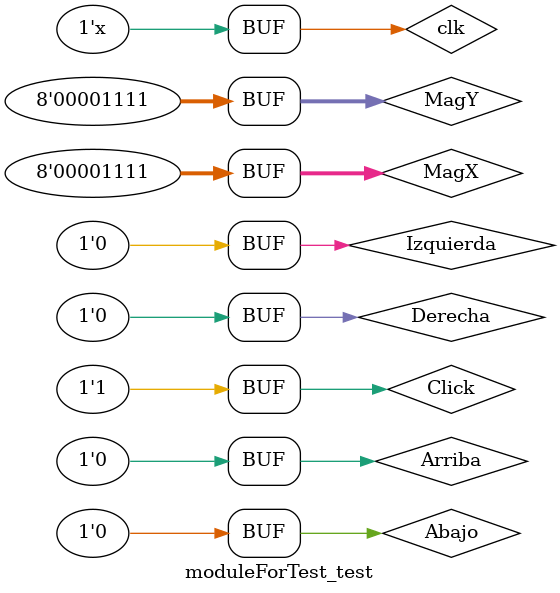
<source format=v>
`timescale 1ns / 1ps


module moduleForTest_test;

	// Inputs
	reg Click;
	reg Izquierda;
	reg Derecha;
	reg Arriba;
	reg Abajo;
	reg [7:0] MagX;
	reg [7:0] MagY;
	reg clk;

	// Outputs
	wire led0;
	wire led1;
	wire led2;
	wire led3;
	wire led4;
	wire led5;

	// Instantiate the Unit Under Test (UUT)
	moduleForTest uut (
		.Click(Click), 
		.Izquierda(Izquierda), 
		.Derecha(Derecha), 
		.Arriba(Arriba), 
		.Abajo(Abajo), 
		.MagX(MagX), 
		.MagY(MagY), 
		.clk(clk), 
		.led0(led0), 
		.led1(led1), 
		.led2(led2), 
		.led3(led3), 
		.led4(led4), 
		.led5(led5)
	);

	initial begin
		// Initialize Inputs
		Click = 0;
		Izquierda = 0;
		Derecha = 1;
		Arriba = 1;
		Abajo = 0;
		MagX = 0;
		MagY = 0;
		clk = 0;

		// Wait 10 ns for global reset to finish
		#10;
        
		// Add stimulus here
		Izquierda = 1;
		Derecha = 0;
		Arriba = 0;
		Abajo = 1;
      #10;  MagY = 15; 
	   #10;  MagX = 15; 	
		#10;
		Izquierda = 0;
		Derecha = 0;
		Arriba = 0;
		Abajo = 0;
		Click = 1;
		
	end
      
always
begin
#1 clk <= ~clk; 
end 

endmodule


</source>
